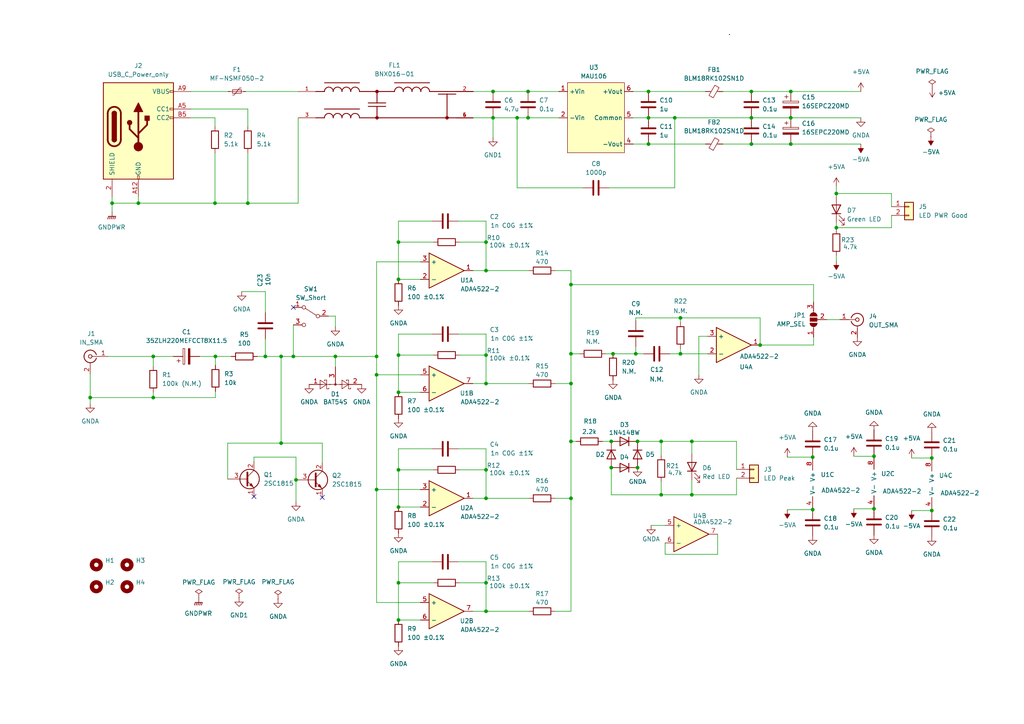
<source format=kicad_sch>
(kicad_sch (version 20211123) (generator eeschema)
  (paper "A4")
  (title_block (title "AF-LNA") (date "2022-06-05") (rev "1.0") (company "kingyoPiyo @twi_kingyo"))
  (lib_symbols
    (symbol "AF-LNA_Library:BNX016-01" (pin_names (offset 1.016) hide)
      (property "Reference" "FL" (at -22.86 7.62 0))
      (property "Value" "BNX016-01" (at -22.86 -10.16 0))
      (symbol "BNX016-01_0_0"
        (pin passive line (at -27.94 2.54 0) (length 5.08) (name "~") (number "1"))
        (pin passive line (at 22.86 2.54 180) (length 5.08) (name "~") (number "2"))
        (pin passive line (at -27.94 -5.08 0) (length 5.08) (name "~") (number "3"))
        (pin passive line (at 22.86 -5.08 180) (length 5.08) (name "~") (number "4"))
        (pin passive line (at 22.86 -5.08 180) (length 5.08) (name "~") (number "5"))
        (pin passive line (at 22.86 -5.08 180) (length 5.08) (name "~") (number "6"))
      )
    )
    (symbol "AF-LNA_Library:MAU106"
      (property "Reference" "U" (at 0 1.27 0))
      (property "Value" "MAU106" (at 0 -1.27 0))
      (symbol "MAU106_1_1"
        (pin input line (at -10.16 -5.08 0) (length 2.54) (name "+Vin") (number "1"))
        (pin input line (at -10.16 -12.7 0) (length 2.54) (name "-Vin") (number "2"))
        (pin output line (at 11.43 -20.32 180) (length 2.54) (name "-Vout") (number "4"))
        (pin output line (at 11.43 -12.7 180) (length 2.54) (name "Common") (number "5"))
        (pin output line (at 11.43 -5.08 180) (length 2.54) (name "+Vout") (number "6"))
      )
    )
    (symbol "AF-LNA_Library:USB_C_Power_only" (pin_names (offset 1.016))
      (property "Reference" "J" (at -10.16 19.05 0))
      (property "Value" "USB_C_Power_only" (at 19.05 19.05 0))
      (symbol "USB_C_Power_only_1_1"
        (pin passive line (at -7.62 -15.24 90) (length 5.08) (name "SHIELD") (number "2"))
        (pin passive line (at 0 -15.24 90) (length 5.08) (name "GND") (number "A12"))
        (pin bidirectional line (at 15.24 10.16 180) (length 5.08) (name "CC1") (number "A5"))
        (pin passive line (at 15.24 15.24 180) (length 5.08) (name "VBUS") (number "A9"))
        (pin passive line (at 0 -15.24 90) (length 5.08) hide (name "GND") (number "B12"))
        (pin bidirectional line (at 15.24 7.62 180) (length 5.08) (name "CC2") (number "B5"))
        (pin passive line (at 15.24 15.24 180) (length 5.08) hide (name "VBUS") (number "B9"))
      )
    )
    (symbol "Connector:Conn_Coaxial" (pin_names (offset 1.016) hide)
      (property "Reference" "J" (at 0.254 3.048 0))
      (property "Value" "Conn_Coaxial" (at 2.921 0 90))
      (symbol "Conn_Coaxial_1_1"
        (pin passive line (at -5.08 0 0) (length 2.54) (name "In") (number "1"))
        (pin passive line (at 0 -5.08 90) (length 2.54) (name "Ext") (number "2"))
      )
    )
    (symbol "Connector_Generic:Conn_01x02" (pin_names (offset 1.016) hide)
      (property "Reference" "J" (at 0 2.54 0))
      (property "Value" "Conn_01x02" (at 0 -5.08 0))
      (symbol "Conn_01x02_1_1"
        (pin passive line (at -5.08 0 0) (length 3.81) (name "Pin_1") (number "1"))
        (pin passive line (at -5.08 -2.54 0) (length 3.81) (name "Pin_2") (number "2"))
      )
    )
    (symbol "Device:C" (pin_numbers hide) (pin_names (offset 0.254))
      (property "Reference" "C" (at 0.635 2.54 0))
      (property "Value" "C" (at 0.635 -2.54 0))
      (symbol "C_1_1"
        (pin passive line (at 0 3.81 270) (length 2.794) (name "~") (number "1"))
        (pin passive line (at 0 -3.81 90) (length 2.794) (name "~") (number "2"))
      )
    )
    (symbol "Device:C_Polarized" (pin_numbers hide) (pin_names (offset 0.254))
      (property "Reference" "C" (at 0.635 2.54 0))
      (property "Value" "C_Polarized" (at 0.635 -2.54 0))
      (symbol "C_Polarized_1_1"
        (pin passive line (at 0 3.81 270) (length 2.794) (name "~") (number "1"))
        (pin passive line (at 0 -3.81 90) (length 2.794) (name "~") (number "2"))
      )
    )
    (symbol "Device:FerriteBead_Small" (pin_numbers hide) (pin_names (offset 0))
      (property "Reference" "FB" (at 1.905 1.27 0))
      (property "Value" "FerriteBead_Small" (at 1.905 -1.27 0))
      (symbol "FerriteBead_Small_1_1"
        (pin passive line (at 0 2.54 270) (length 1.27) (name "~") (number "1"))
        (pin passive line (at 0 -2.54 90) (length 1.27) (name "~") (number "2"))
      )
    )
    (symbol "Device:LED" (pin_numbers hide) (pin_names (offset 1.016) hide)
      (property "Reference" "D" (at 0 2.54 0))
      (property "Value" "LED" (at 0 -2.54 0))
      (symbol "LED_1_1"
        (pin passive line (at -3.81 0 0) (length 2.54) (name "K") (number "1"))
        (pin passive line (at 3.81 0 180) (length 2.54) (name "A") (number "2"))
      )
    )
    (symbol "Device:Opamp_Dual"
      (property "Reference" "U" (at 0 5.08 0))
      (property "Value" "Opamp_Dual" (at 0 -5.08 0))
      (symbol "Opamp_Dual_1_1"
        (pin output line (at 7.62 0 180) (length 2.54) (name "~") (number "1"))
        (pin input line (at -7.62 -2.54 0) (length 2.54) (name "-") (number "2"))
        (pin input line (at -7.62 2.54 0) (length 2.54) (name "+") (number "3"))
      )
      (symbol "Opamp_Dual_2_1"
        (pin input line (at -7.62 2.54 0) (length 2.54) (name "+") (number "5"))
        (pin input line (at -7.62 -2.54 0) (length 2.54) (name "-") (number "6"))
        (pin output line (at 7.62 0 180) (length 2.54) (name "~") (number "7"))
      )
      (symbol "Opamp_Dual_3_1"
        (pin power_in line (at -2.54 -7.62 90) (length 3.81) (name "V-") (number "4"))
        (pin power_in line (at -2.54 7.62 270) (length 3.81) (name "V+") (number "8"))
      )
    )
    (symbol "Device:Polyfuse_Small" (pin_numbers hide) (pin_names (offset 0))
      (property "Reference" "F" (at -1.905 0 90))
      (property "Value" "Polyfuse_Small" (at 1.905 0 90))
      (symbol "Polyfuse_Small_1_1"
        (pin passive line (at 0 2.54 270) (length 0.635) (name "~") (number "1"))
        (pin passive line (at 0 -2.54 90) (length 0.635) (name "~") (number "2"))
      )
    )
    (symbol "Device:R" (pin_numbers hide) (pin_names (offset 0))
      (property "Reference" "R" (at 2.032 0 90))
      (property "Value" "R" (at 0 0 90))
      (symbol "R_1_1"
        (pin passive line (at 0 3.81 270) (length 1.27) (name "~") (number "1"))
        (pin passive line (at 0 -3.81 90) (length 1.27) (name "~") (number "2"))
      )
    )
    (symbol "Diode:1N4148W" (pin_numbers hide) (pin_names (offset 1.016) hide)
      (property "Reference" "D" (at 0 2.54 0))
      (property "Value" "1N4148W" (at 0 -2.54 0))
      (symbol "1N4148W_1_1"
        (pin passive line (at -3.81 0 0) (length 2.54) (name "K") (number "1"))
        (pin passive line (at 3.81 0 180) (length 2.54) (name "A") (number "2"))
      )
    )
    (symbol "Diode:BAT54S" (pin_names (offset 1.016))
      (property "Reference" "D" (at 0.635 -3.81 0))
      (property "Value" "BAT54S" (at -6.35 3.175 0))
      (symbol "BAT54S_1_1"
        (pin passive line (at -7.62 0 0) (length 3.81) (name "~") (number "1"))
        (pin passive line (at 7.62 0 180) (length 3.81) (name "~") (number "2"))
        (pin passive line (at 0 -5.08 90) (length 5.08) (name "~") (number "3"))
      )
    )
    (symbol "Jumper:SolderJumper_3_Open" (pin_names (offset 0) hide)
      (property "Reference" "JP" (at -2.54 -2.54 0))
      (property "Value" "SolderJumper_3_Open" (at 0 2.794 0))
      (symbol "SolderJumper_3_Open_1_1"
        (pin passive line (at -5.08 0 0) (length 2.54) (name "A") (number "1"))
        (pin passive line (at 0 -3.81 90) (length 2.54) (name "C") (number "2"))
        (pin passive line (at 5.08 0 180) (length 2.54) (name "B") (number "3"))
      )
    )
    (symbol "Mechanical:MountingHole" (pin_names (offset 1.016))
      (property "Reference" "H" (at 0 5.08 0))
      (property "Value" "MountingHole" (at 0 3.175 0))
    )
    (symbol "Switch:SW_SPDT" (pin_names (offset 0) hide)
      (property "Reference" "SW" (at 0 4.318 0))
      (property "Value" "SW_SPDT" (at 0 -5.08 0))
      (symbol "SW_SPDT_1_1"
        (pin passive line (at 5.08 2.54 180) (length 2.54) (name "A") (number "1"))
        (pin passive line (at -5.08 0 0) (length 2.54) (name "B") (number "2"))
        (pin passive line (at 5.08 -2.54 180) (length 2.54) (name "C") (number "3"))
      )
    )
    (symbol "Transistor_BJT:2SC1815" (pin_names (offset 0) hide)
      (property "Reference" "Q" (at 5.08 1.905 0))
      (property "Value" "2SC1815" (at 5.08 0 0))
      (symbol "2SC1815_1_1"
        (pin passive line (at 2.54 -5.08 90) (length 2.54) (name "E") (number "1"))
        (pin passive line (at 2.54 5.08 270) (length 2.54) (name "C") (number "2"))
        (pin input line (at -5.08 0 0) (length 5.08) (name "B") (number "3"))
      )
    )
    (symbol "power:+5VA" (power) (pin_names (offset 0))
      (property "Value" "+5VA" (at 0 3.556 0))
      (symbol "+5VA_1_1"
        (pin power_in line (at 0 0 90) (length 0) hide (name "+5VA") (number "1"))
      )
    )
    (symbol "power:-5VA" (power) (pin_names (offset 0))
      (property "Value" "-5VA" (at 0 3.81 0))
      (symbol "-5VA_0_0"
        (pin power_in line (at 0 0 90) (length 0) hide (name "-5VA") (number "1"))
      )
    )
    (symbol "power:GND1" (power) (pin_names (offset 0))
      (property "Value" "GND1" (at 0 -3.81 0))
      (symbol "GND1_1_1"
        (pin power_in line (at 0 0 270) (length 0) hide (name "GND1") (number "1"))
      )
    )
    (symbol "power:GNDA" (power) (pin_names (offset 0))
      (property "Value" "GNDA" (at 0 -3.81 0))
      (symbol "GNDA_1_1"
        (pin power_in line (at 0 0 270) (length 0) hide (name "GNDA") (number "1"))
      )
    )
    (symbol "power:GNDPWR" (power) (pin_names (offset 0))
      (property "Value" "GNDPWR" (at 0 -3.302 0))
      (symbol "GNDPWR_1_1"
        (pin power_in line (at 0 0 270) (length 0) hide (name "GNDPWR") (number "1"))
      )
    )
    (symbol "power:PWR_FLAG" (power) (pin_numbers hide) (pin_names (offset 0) hide)
      (property "Value" "PWR_FLAG" (at 0 3.81 0))
      (symbol "PWR_FLAG_0_0"
        (pin power_out line (at 0 0 90) (length 0) (name "pwr") (number "1"))
      )
    )
  )
  (junction (at 270.256 132.842))
  (junction (at 44.45 103.378))
  (junction (at 229.362 34.163))
  (junction (at 115.57 113.792))
  (junction (at 109.22 141.986))
  (junction (at 197.358 92.202))
  (junction (at 165.608 128.016))
  (junction (at 143.002 26.543))
  (junction (at 140.97 144.526))
  (junction (at 26.162 115.316))
  (junction (at 200.66 143.51))
  (junction (at 140.97 102.997))
  (junction (at 242.57 66.04))
  (junction (at 253.492 132.334))
  (junction (at 76.962 103.378))
  (junction (at 81.534 128.524))
  (junction (at 188.087 26.543))
  (junction (at 44.45 115.316))
  (junction (at 195.707 34.163))
  (junction (at 140.97 70.231))
  (junction (at 235.712 147.828))
  (junction (at 71.882 58.928))
  (junction (at 191.77 128.016))
  (junction (at 184.912 128.016))
  (junction (at 217.932 26.543))
  (junction (at 115.57 169.037))
  (junction (at 165.608 144.526))
  (junction (at 184.912 135.636))
  (junction (at 32.512 58.928))
  (junction (at 115.57 136.271))
  (junction (at 153.162 34.163))
  (junction (at 143.002 34.163))
  (junction (at 109.22 103.378))
  (junction (at 270.256 148.082))
  (junction (at 191.77 143.51))
  (junction (at 197.358 102.616))
  (junction (at 229.362 41.783))
  (junction (at 184.404 102.616))
  (junction (at 85.852 139.192))
  (junction (at 115.57 147.066))
  (junction (at 81.534 103.378))
  (junction (at 177.8 102.616))
  (junction (at 188.087 34.163))
  (junction (at 62.484 103.378))
  (junction (at 62.357 58.928))
  (junction (at 229.362 26.543))
  (junction (at 253.492 147.574))
  (junction (at 115.57 179.832))
  (junction (at 140.97 111.252))
  (junction (at 165.608 102.616))
  (junction (at 165.608 111.252))
  (junction (at 165.608 82.55))
  (junction (at 97.282 103.378))
  (junction (at 242.57 56.134))
  (junction (at 85.09 103.378))
  (junction (at 140.97 136.271))
  (junction (at 220.472 100.076))
  (junction (at 217.932 34.163))
  (junction (at 217.932 41.783))
  (junction (at 40.132 58.928))
  (junction (at 109.22 108.712))
  (junction (at 177.292 135.636))
  (junction (at 200.66 128.016))
  (junction (at 153.162 26.543))
  (junction (at 115.57 102.997))
  (junction (at 140.97 169.037))
  (junction (at 177.292 128.016))
  (junction (at 188.087 41.783))
  (junction (at 149.987 34.163))
  (junction (at 115.57 70.231))
  (junction (at 115.57 81.026))
  (junction (at 140.97 177.292))
  (junction (at 140.97 78.486))
  (junction (at 235.712 132.588))
  (no_connect (at 73.66 144.018))
  (no_connect (at 93.472 144.272))
  (no_connect (at 85.09 89.154))
  (wire (pts (xy 40.132 58.928) (xy 62.357 58.928)))
  (wire (pts (xy 109.22 75.946) (xy 109.22 103.378)))
  (wire (pts (xy 209.677 26.543) (xy 217.932 26.543)))
  (wire (pts (xy 165.608 144.526) (xy 165.608 177.292)))
  (wire (pts (xy 140.97 111.252) (xy 137.16 111.252)))
  (wire (pts (xy 66.04 128.524) (xy 81.534 128.524)))
  (wire (pts (xy 149.987 34.163) (xy 153.162 34.163)))
  (wire (pts (xy 125.349 130.175) (xy 115.57 130.175)))
  (wire (pts (xy 228.346 147.828) (xy 235.712 147.828)))
  (wire (pts (xy 183.642 34.163) (xy 188.087 34.163)))
  (wire (pts (xy 55.372 34.163) (xy 62.357 34.163)))
  (wire (pts (xy 115.57 113.792) (xy 121.92 113.792)))
  (wire (pts (xy 205.232 102.616) (xy 197.358 102.616)))
  (wire (pts (xy 242.57 66.04) (xy 242.57 66.548)))
  (wire (pts (xy 229.362 26.543) (xy 249.682 26.543)))
  (wire (pts (xy 133.35 102.997) (xy 140.97 102.997)))
  (wire (pts (xy 85.09 103.378) (xy 97.282 103.378)))
  (wire (pts (xy 137.287 26.543) (xy 143.002 26.543)))
  (wire (pts (xy 66.04 138.938) (xy 66.04 128.524)))
  (wire (pts (xy 188.087 41.783) (xy 204.597 41.783)))
  (wire (pts (xy 258.572 56.134) (xy 258.572 59.944)))
  (wire (pts (xy 32.512 58.928) (xy 32.512 61.468)))
  (wire (pts (xy 177.292 135.636) (xy 177.292 143.51)))
  (wire (pts (xy 140.97 162.941) (xy 140.97 169.037)))
  (wire (pts (xy 161.036 111.252) (xy 165.608 111.252)))
  (wire (pts (xy 71.882 31.623) (xy 71.882 36.703)))
  (wire (pts (xy 247.65 132.334) (xy 253.492 132.334)))
  (wire (pts (xy 194.31 102.616) (xy 197.358 102.616)))
  (wire (pts (xy 115.57 162.941) (xy 115.57 169.037)))
  (wire (pts (xy 31.242 103.378) (xy 44.45 103.378)))
  (wire (pts (xy 191.77 139.7) (xy 191.77 143.51)))
  (wire (pts (xy 62.357 34.163) (xy 62.357 36.703)))
  (wire (pts (xy 26.162 115.316) (xy 44.45 115.316)))
  (wire (pts (xy 71.882 44.323) (xy 71.882 58.928)))
  (wire (pts (xy 220.472 92.202) (xy 220.472 100.076)))
  (wire (pts (xy 208.153 160.782) (xy 208.153 154.94)))
  (wire (pts (xy 93.472 128.524) (xy 93.472 134.112)))
  (wire (pts (xy 76.962 84.582) (xy 76.962 90.678)))
  (wire (pts (xy 175.768 102.616) (xy 177.8 102.616)))
  (wire (pts (xy 191.77 128.016) (xy 191.77 132.08)))
  (wire (pts (xy 44.45 115.316) (xy 44.45 113.792)))
  (wire (pts (xy 186.69 102.616) (xy 184.404 102.616)))
  (wire (pts (xy 132.969 130.175) (xy 140.97 130.175)))
  (wire (pts (xy 132.969 96.901) (xy 140.97 96.901)))
  (wire (pts (xy 115.57 96.901) (xy 115.57 102.997)))
  (wire (pts (xy 247.65 147.574) (xy 253.492 147.574)))
  (wire (pts (xy 183.642 41.783) (xy 188.087 41.783)))
  (wire (pts (xy 26.162 115.316) (xy 26.162 108.458)))
  (wire (pts (xy 81.534 103.378) (xy 81.534 128.524)))
  (wire (pts (xy 85.852 139.192) (xy 85.852 145.542)))
  (wire (pts (xy 167.132 128.016) (xy 165.608 128.016)))
  (wire (pts (xy 133.35 169.037) (xy 140.97 169.037)))
  (wire (pts (xy 62.484 103.378) (xy 67.056 103.378)))
  (wire (pts (xy 140.97 78.486) (xy 153.416 78.486)))
  (wire (pts (xy 140.97 96.901) (xy 140.97 102.997)))
  (wire (pts (xy 140.97 78.486) (xy 137.16 78.486)))
  (wire (pts (xy 115.57 136.271) (xy 125.73 136.271)))
  (wire (pts (xy 86.487 58.928) (xy 86.487 34.163)))
  (wire (pts (xy 143.002 26.543) (xy 153.162 26.543)))
  (wire (pts (xy 149.987 54.483) (xy 169.037 54.483)))
  (wire (pts (xy 140.97 111.252) (xy 153.416 111.252)))
  (wire (pts (xy 229.362 34.163) (xy 249.682 34.163)))
  (wire (pts (xy 168.148 102.616) (xy 165.608 102.616)))
  (wire (pts (xy 213.614 143.51) (xy 200.66 143.51)))
  (wire (pts (xy 115.57 179.832) (xy 115.57 169.037)))
  (wire (pts (xy 115.57 81.026) (xy 115.57 70.231)))
  (wire (pts (xy 133.35 136.271) (xy 140.97 136.271)))
  (wire (pts (xy 97.282 103.378) (xy 109.22 103.378)))
  (wire (pts (xy 137.287 34.163) (xy 143.002 34.163)))
  (wire (pts (xy 235.966 82.55) (xy 235.966 87.63)))
  (wire (pts (xy 32.512 58.928) (xy 40.132 58.928)))
  (wire (pts (xy 62.484 103.378) (xy 57.912 103.378)))
  (wire (pts (xy 242.57 56.134) (xy 258.572 56.134)))
  (wire (pts (xy 133.35 70.231) (xy 140.97 70.231)))
  (wire (pts (xy 140.97 177.292) (xy 137.16 177.292)))
  (wire (pts (xy 149.987 34.163) (xy 149.987 54.483)))
  (wire (pts (xy 258.572 66.04) (xy 242.57 66.04)))
  (wire (pts (xy 184.404 92.964) (xy 184.404 92.202)))
  (wire (pts (xy 62.484 113.538) (xy 62.484 115.316)))
  (wire (pts (xy 97.282 91.694) (xy 97.282 94.742)))
  (wire (pts (xy 115.57 147.066) (xy 121.92 147.066)))
  (wire (pts (xy 213.614 128.016) (xy 213.614 136.144)))
  (wire (pts (xy 183.642 26.543) (xy 188.087 26.543)))
  (wire (pts (xy 202.692 97.536) (xy 202.692 108.712)))
  (wire (pts (xy 55.372 26.543) (xy 66.167 26.543)))
  (wire (pts (xy 213.614 138.684) (xy 213.614 143.51)))
  (wire (pts (xy 165.608 111.252) (xy 165.608 128.016)))
  (wire (pts (xy 242.57 56.134) (xy 242.57 56.896)))
  (wire (pts (xy 184.912 128.016) (xy 191.77 128.016)))
  (wire (pts (xy 191.77 128.016) (xy 200.66 128.016)))
  (wire (pts (xy 174.752 128.016) (xy 177.292 128.016)))
  (wire (pts (xy 161.036 177.292) (xy 165.608 177.292)))
  (wire (pts (xy 62.357 58.928) (xy 71.882 58.928)))
  (wire (pts (xy 97.282 106.426) (xy 97.282 103.378)))
  (wire (pts (xy 85.852 132.588) (xy 85.852 139.192)))
  (wire (pts (xy 195.707 34.163) (xy 217.932 34.163)))
  (wire (pts (xy 209.677 41.783) (xy 217.932 41.783)))
  (wire (pts (xy 165.608 82.55) (xy 165.608 102.616)))
  (wire (pts (xy 192.913 160.782) (xy 208.153 160.782)))
  (wire (pts (xy 191.77 143.51) (xy 200.66 143.51)))
  (wire (pts (xy 228.346 132.588) (xy 235.712 132.588)))
  (wire (pts (xy 125.349 64.135) (xy 115.57 64.135)))
  (wire (pts (xy 188.087 34.163) (xy 195.707 34.163)))
  (wire (pts (xy 197.358 92.202) (xy 220.472 92.202)))
  (wire (pts (xy 115.57 179.832) (xy 121.92 179.832)))
  (wire (pts (xy 200.66 128.016) (xy 213.614 128.016)))
  (wire (pts (xy 140.97 64.135) (xy 140.97 70.231)))
  (wire (pts (xy 125.349 162.941) (xy 115.57 162.941)))
  (wire (pts (xy 165.608 128.016) (xy 165.608 144.526)))
  (wire (pts (xy 140.97 169.037) (xy 140.97 177.292)))
  (wire (pts (xy 264.414 148.082) (xy 270.256 148.082)))
  (wire (pts (xy 140.97 177.292) (xy 153.416 177.292)))
  (wire (pts (xy 115.57 113.792) (xy 115.57 102.997)))
  (wire (pts (xy 258.572 62.484) (xy 258.572 66.04)))
  (wire (pts (xy 32.512 57.023) (xy 32.512 58.928)))
  (wire (pts (xy 44.45 115.316) (xy 62.484 115.316)))
  (wire (pts (xy 140.97 70.231) (xy 140.97 78.486)))
  (wire (pts (xy 62.357 44.323) (xy 62.357 58.928)))
  (wire (pts (xy 62.484 105.918) (xy 62.484 103.378)))
  (wire (pts (xy 50.292 103.378) (xy 44.45 103.378)))
  (wire (pts (xy 140.97 144.526) (xy 153.416 144.526)))
  (wire (pts (xy 109.22 141.986) (xy 109.22 174.752)))
  (wire (pts (xy 205.232 97.536) (xy 202.692 97.536)))
  (wire (pts (xy 71.882 58.928) (xy 86.487 58.928)))
  (wire (pts (xy 177.292 143.51) (xy 191.77 143.51)))
  (wire (pts (xy 220.472 100.076) (xy 235.966 100.076)))
  (wire (pts (xy 81.534 103.378) (xy 85.09 103.378)))
  (wire (pts (xy 76.962 98.298) (xy 76.962 103.378)))
  (wire (pts (xy 200.66 143.51) (xy 200.66 139.192)))
  (wire (pts (xy 176.657 54.483) (xy 195.707 54.483)))
  (wire (pts (xy 217.932 26.543) (xy 229.362 26.543)))
  (wire (pts (xy 165.608 78.486) (xy 161.036 78.486)))
  (wire (pts (xy 188.849 152.4) (xy 192.913 152.4)))
  (wire (pts (xy 115.57 64.135) (xy 115.57 70.231)))
  (wire (pts (xy 143.002 34.163) (xy 149.987 34.163)))
  (wire (pts (xy 115.57 70.231) (xy 125.73 70.231)))
  (wire (pts (xy 140.97 136.271) (xy 140.97 144.526)))
  (wire (pts (xy 132.969 64.135) (xy 140.97 64.135)))
  (wire (pts (xy 73.66 133.858) (xy 73.66 132.588)))
  (wire (pts (xy 229.362 41.783) (xy 249.682 41.783)))
  (wire (pts (xy 217.932 34.163) (xy 229.362 34.163)))
  (wire (pts (xy 109.22 75.946) (xy 121.92 75.946)))
  (wire (pts (xy 115.57 147.066) (xy 115.57 136.271)))
  (wire (pts (xy 140.97 102.997) (xy 140.97 111.252)))
  (wire (pts (xy 161.036 144.526) (xy 165.608 144.526)))
  (wire (pts (xy 85.09 94.234) (xy 85.09 103.378)))
  (wire (pts (xy 217.932 41.783) (xy 229.362 41.783)))
  (wire (pts (xy 165.608 102.616) (xy 165.608 111.252)))
  (wire (pts (xy 184.404 102.616) (xy 184.404 100.584)))
  (wire (pts (xy 182.626 128.016) (xy 184.912 128.016)))
  (wire (pts (xy 115.57 169.037) (xy 125.73 169.037)))
  (wire (pts (xy 132.969 162.941) (xy 140.97 162.941)))
  (wire (pts (xy 153.162 26.543) (xy 162.052 26.543)))
  (wire (pts (xy 239.776 92.71) (xy 243.586 92.71)))
  (wire (pts (xy 153.162 34.163) (xy 162.052 34.163)))
  (wire (pts (xy 81.534 128.524) (xy 93.472 128.524)))
  (wire (pts (xy 109.22 103.378) (xy 109.22 108.712)))
  (wire (pts (xy 192.913 157.48) (xy 192.913 160.782)))
  (wire (pts (xy 264.414 132.842) (xy 270.256 132.842)))
  (wire (pts (xy 242.57 74.168) (xy 242.57 75.692)))
  (wire (pts (xy 40.132 58.928) (xy 40.132 57.023)))
  (wire (pts (xy 109.22 108.712) (xy 109.22 141.986)))
  (wire (pts (xy 125.349 96.901) (xy 115.57 96.901)))
  (wire (pts (xy 115.57 130.175) (xy 115.57 136.271)))
  (wire (pts (xy 165.608 82.55) (xy 235.966 82.55)))
  (wire (pts (xy 242.57 64.516) (xy 242.57 66.04)))
  (wire (pts (xy 195.707 34.163) (xy 195.707 54.483)))
  (wire (pts (xy 55.372 31.623) (xy 71.882 31.623)))
  (wire (pts (xy 115.57 102.997) (xy 125.73 102.997)))
  (wire (pts (xy 71.247 26.543) (xy 86.487 26.543)))
  (wire (pts (xy 140.97 130.175) (xy 140.97 136.271)))
  (wire (pts (xy 235.966 100.076) (xy 235.966 97.79)))
  (wire (pts (xy 70.104 84.582) (xy 76.962 84.582)))
  (wire (pts (xy 26.162 117.094) (xy 26.162 115.316)))
  (wire (pts (xy 109.22 174.752) (xy 121.92 174.752)))
  (wire (pts (xy 76.962 103.378) (xy 81.534 103.378)))
  (wire (pts (xy 200.66 128.016) (xy 200.66 131.572)))
  (wire (pts (xy 184.404 92.202) (xy 197.358 92.202)))
  (wire (pts (xy 140.97 144.526) (xy 137.16 144.526)))
  (wire (pts (xy 44.45 103.378) (xy 44.45 106.172)))
  (wire (pts (xy 109.22 141.986) (xy 121.92 141.986)))
  (wire (pts (xy 242.57 54.102) (xy 242.57 56.134)))
  (wire (pts (xy 188.087 26.543) (xy 204.597 26.543)))
  (wire (pts (xy 74.676 103.378) (xy 76.962 103.378)))
  (wire (pts (xy 177.8 102.616) (xy 184.404 102.616)))
  (wire (pts (xy 73.66 132.588) (xy 85.852 132.588)))
  (wire (pts (xy 115.57 81.026) (xy 121.92 81.026)))
  (wire (pts (xy 197.358 92.202) (xy 197.358 93.472)))
  (wire (pts (xy 109.22 108.712) (xy 121.92 108.712)))
  (wire (pts (xy 165.608 78.486) (xy 165.608 82.55)))
  (wire (pts (xy 143.002 34.163) (xy 143.002 39.878)))
  (wire (pts (xy 95.25 91.694) (xy 97.282 91.694)))
  (wire (pts (xy 197.358 101.092) (xy 197.358 102.616)))
  (symbol (lib_id "AF-LNA_Library:USB_C_Power_only") (at 40.132 41.783 0) (unit 1)
    (property "Reference" "J2" (at 40.132 19.05 0))
    (property "Value" "USB_C_Power_only" (at 40.132 21.59 0))
    (property "Footprint" "AF-LNA:USB-C_Power_only" (effects hide))
    (property "Datasheet" "https://www.usb.org/sites/default/files/documents/usb_type-c.zip" (effects hide))
  )
  (symbol (lib_id "Device:R") (at 129.54 136.271 90) (unit 1)
    (property "Reference" "R12" (at 143.129 135.001 90))
    (property "Value" "100k ±0.1%" (at 147.828 137.16 90))
    (property "Footprint" "Resistor_SMD:R_0603_1608Metric" (effects hide))
  )
  (symbol (lib_id "Device:R") (at 197.358 97.282 180) (unit 1)
    (property "Reference" "R22" (at 197.358 87.376 0))
    (property "Value" "N.M." (at 197.358 90.17 0))
    (property "Footprint" "Resistor_SMD:R_0603_1608Metric" (effects hide))
  )
  (symbol (lib_id "power:+5VA") (at 228.346 132.588 0) (unit 1)
    (property "Reference" "#PWR015" (effects hide))
    (property "Value" "+5VA" (at 228.346 126.873 0))
  )
  (symbol (lib_id "Device:Opamp_Dual") (at 129.54 111.252 0) (unit 2)
    (property "Reference" "U1" (at 135.382 114.046 0))
    (property "Value" "ADA4522-2" (at 139.192 116.586 0))
    (property "Footprint" "Package_SO:MSOP-8_3x3mm_P0.65mm" (effects hide))
  )
  (symbol (lib_id "power:GNDA") (at 97.282 94.742 0) (unit 1)
    (property "Reference" "#PWR05" (effects hide))
    (property "Value" "GNDA" (at 97.282 99.822 0))
  )
  (symbol (lib_id "power:GNDA") (at 235.712 124.968 180) (unit 1)
    (property "Reference" "#PWR017" (effects hide))
    (property "Value" "GNDA" (at 235.712 119.888 0))
  )
  (symbol (lib_id "power:GNDA") (at 104.902 111.506 0) (unit 1)
    (property "Reference" "#PWR06" (effects hide))
    (property "Value" "GNDA" (at 104.902 116.586 0))
  )
  (symbol (lib_id "Mechanical:MountingHole") (at 27.94 170.18 0) (unit 1)
    (property "Reference" "H2" (at 30.48 168.9099 0) (effects (justify left)))
    (property "Value" "MountingHole" (effects hide))
    (property "Footprint" "MountingHole:MountingHole_3.2mm_M3" (effects hide))
  )
  (symbol (lib_id "power:+5VA") (at 247.65 132.334 0) (unit 1)
    (property "Reference" "#PWR019" (effects hide))
    (property "Value" "+5VA" (at 247.65 126.619 0))
  )
  (symbol (lib_id "Connector_Generic:Conn_01x02") (at 218.694 136.144 0) (unit 1)
    (property "Reference" "J3" (at 221.488 136.1439 0) (effects (justify left)))
    (property "Value" "LED Peak" (at 221.488 138.6839 0) (effects (justify left)))
    (property "Footprint" "Connector_PinHeader_2.54mm:PinHeader_1x02_P2.54mm_Vertical" (effects hide))
  )
  (symbol (lib_id "Transistor_BJT:2SC1815") (at 71.12 138.938 0) (unit 1)
    (property "Reference" "Q1" (at 76.454 137.6679 0) (effects (justify left)))
    (property "Value" "2SC1815" (at 76.454 140.2079 0) (effects (justify left)))
    (property "Footprint" "Package_TO_SOT_THT:TO-92_Inline" (effects hide))
    (property "Datasheet" "https://media.digikey.com/pdf/Data%20Sheets/Toshiba%20PDFs/2SC1815.pdf" (effects hide))
  )
  (symbol (lib_id "Device:C") (at 270.256 151.892 0) (unit 1)
    (property "Reference" "C22" (at 273.431 150.622 0) (effects (justify left)))
    (property "Value" "0.1u" (at 273.431 153.162 0) (effects (justify left)))
    (property "Footprint" "Capacitor_SMD:C_0603_1608Metric" (effects hide))
  )
  (symbol (lib_id "power:GNDA") (at 115.57 154.686 0) (unit 1)
    (property "Reference" "#PWR09" (effects hide))
    (property "Value" "GNDA" (at 115.57 159.766 0))
  )
  (symbol (lib_id "power:GNDA") (at 80.645 173.736 0) (unit 1)
    (property "Reference" "#PWR036" (effects hide))
    (property "Value" "GNDA" (at 80.645 178.816 0))
  )
  (symbol (lib_id "Device:C") (at 172.847 54.483 90) (unit 1)
    (property "Reference" "C8" (at 172.847 47.498 90))
    (property "Value" "1000p" (at 172.847 50.038 90))
    (property "Footprint" "Capacitor_SMD:C_1812_4532Metric" (effects hide))
  )
  (symbol (lib_id "power:GNDA") (at 235.712 155.448 0) (unit 1)
    (property "Reference" "#PWR018" (effects hide))
    (property "Value" "GNDA" (at 235.712 160.528 0))
  )
  (symbol (lib_id "power:GNDA") (at 202.692 108.712 0) (unit 1)
    (property "Reference" "#PWR014" (effects hide))
    (property "Value" "GNDA" (at 202.692 113.792 0))
  )
  (symbol (lib_id "Device:R") (at 177.8 106.426 0) (unit 1)
    (property "Reference" "R20" (at 180.34 105.1559 0) (effects (justify left)))
    (property "Value" "N.M." (at 180.34 107.6959 0) (effects (justify left)))
    (property "Footprint" "Resistor_SMD:R_0603_1608Metric" (effects hide))
  )
  (symbol (lib_id "Device:R") (at 115.57 84.836 0) (unit 1)
    (property "Reference" "R6" (at 118.11 83.5659 0) (effects (justify left)))
    (property "Value" "100 ±0.1%" (at 118.11 86.1059 0) (effects (justify left)))
    (property "Footprint" "Resistor_SMD:R_0603_1608Metric" (effects hide))
  )
  (symbol (lib_id "Device:C") (at 129.159 130.175 90) (unit 1)
    (property "Reference" "C4" (at 143.383 128.905 90))
    (property "Value" "1n C0G ±1%" (at 148.463 131.445 90))
    (property "Footprint" "Capacitor_SMD:C_0402_1005Metric" (effects hide))
  )
  (symbol (lib_id "power:GND1") (at 143.002 39.878 0) (unit 1)
    (property "Reference" "#PWR011" (effects hide))
    (property "Value" "GND1" (at 143.002 44.958 0))
  )
  (symbol (lib_id "Device:R") (at 115.57 183.642 0) (unit 1)
    (property "Reference" "R9" (at 118.11 182.3719 0) (effects (justify left)))
    (property "Value" "100 ±0.1%" (at 118.11 184.9119 0) (effects (justify left)))
    (property "Footprint" "Resistor_SMD:R_0603_1608Metric" (effects hide))
  )
  (symbol (lib_id "Device:C") (at 153.162 30.353 0) (unit 1)
    (property "Reference" "C7" (at 156.337 29.083 0) (effects (justify left)))
    (property "Value" "0.1u" (at 156.337 31.623 0) (effects (justify left)))
    (property "Footprint" "Capacitor_SMD:C_0603_1608Metric" (effects hide))
  )
  (symbol (lib_id "Device:C") (at 217.932 30.353 0) (unit 1)
    (property "Reference" "C13" (at 221.107 29.0829 0) (effects (justify left)))
    (property "Value" "0.1u" (at 221.107 31.6229 0) (effects (justify left)))
    (property "Footprint" "Capacitor_SMD:C_0603_1608Metric" (effects hide))
  )
  (symbol (lib_id "Device:R") (at 115.57 117.602 0) (unit 1)
    (property "Reference" "R7" (at 118.11 116.3319 0) (effects (justify left)))
    (property "Value" "100 ±0.1%" (at 118.11 118.8719 0) (effects (justify left)))
    (property "Footprint" "Resistor_SMD:R_0603_1608Metric" (effects hide))
  )
  (symbol (lib_id "power:-5VA") (at 228.346 147.828 180) (unit 1)
    (property "Reference" "#PWR016" (effects hide))
    (property "Value" "-5VA" (at 228.346 152.273 0))
  )
  (symbol (lib_id "power:GNDA") (at 70.104 84.582 0) (unit 1)
    (property "Reference" "#PWR034" (effects hide))
    (property "Value" "GNDA" (at 70.104 89.662 0))
  )
  (symbol (lib_id "Device:C") (at 270.256 129.032 0) (unit 1)
    (property "Reference" "C21" (at 273.431 127.762 0) (effects (justify left)))
    (property "Value" "0.1u" (at 273.431 130.302 0) (effects (justify left)))
    (property "Footprint" "Capacitor_SMD:C_0603_1608Metric" (effects hide))
  )
  (symbol (lib_id "power:GNDA") (at 26.162 117.094 0) (unit 1)
    (property "Reference" "#PWR01" (effects hide))
    (property "Value" "GNDA" (at 26.162 122.174 0))
  )
  (symbol (lib_id "Device:R") (at 62.357 40.513 0) (unit 1)
    (property "Reference" "R2" (at 64.897 39.2429 0) (effects (justify left)))
    (property "Value" "5.1k" (at 64.897 41.7829 0) (effects (justify left)))
    (property "Footprint" "Resistor_SMD:R_0603_1608Metric" (effects hide))
  )
  (symbol (lib_id "power:GNDA") (at 188.849 152.4 0) (unit 1)
    (property "Reference" "#PWR039" (effects hide))
    (property "Value" "GNDA" (at 188.849 156.337 0))
  )
  (symbol (lib_id "power:GNDA") (at 177.8 110.236 0) (unit 1)
    (property "Reference" "#PWR012" (effects hide))
    (property "Value" "GNDA" (at 177.8 115.316 0))
  )
  (symbol (lib_id "Mechanical:MountingHole") (at 36.83 170.18 0) (unit 1)
    (property "Reference" "H4" (at 39.37 168.9099 0) (effects (justify left)))
    (property "Value" "MountingHole" (effects hide))
    (property "Footprint" "MountingHole:MountingHole_3.2mm_M3" (effects hide))
  )
  (symbol (lib_id "Diode:BAT54S") (at 97.282 111.506 0) (mirror x) (unit 1)
    (property "Reference" "D1" (at 97.282 114.3 0))
    (property "Value" "BAT54S" (at 97.282 116.586 0))
    (property "Footprint" "Package_TO_SOT_SMD:SOT-523" (effects hide))
    (property "Datasheet" "https://www.diodes.com/assets/Datasheets/ds11005.pdf" (effects hide))
  )
  (symbol (lib_id "Device:R") (at 242.57 70.358 0) (unit 1)
    (property "Reference" "R23" (at 245.872 69.596 0))
    (property "Value" "4.7k" (at 246.634 71.628 0))
    (property "Footprint" "Resistor_SMD:R_0603_1608Metric" (effects hide))
  )
  (symbol (lib_id "Device:C") (at 76.962 94.488 180) (unit 1)
    (property "Reference" "C23" (at 75.438 81.28 90))
    (property "Value" "10n" (at 77.724 81.026 90))
    (property "Footprint" "Capacitor_SMD:C_0603_1608Metric" (effects hide))
  )
  (symbol (lib_id "power:GND1") (at 69.342 173.355 0) (unit 1)
    (property "Reference" "#PWR035" (effects hide))
    (property "Value" "GND1" (at 69.342 178.435 0))
  )
  (symbol (lib_id "Device:LED") (at 242.57 60.706 90) (unit 1)
    (property "Reference" "D7" (at 245.618 61.0234 90) (effects (justify right)))
    (property "Value" "Green LED" (at 245.618 63.5634 90) (effects (justify right)))
    (property "Footprint" "LED_SMD:LED_0603_1608Metric" (effects hide))
  )
  (symbol (lib_id "Device:R") (at 62.484 109.728 0) (unit 1)
    (property "Reference" "R3" (at 65.024 108.4579 0) (effects (justify left)))
    (property "Value" "10k" (at 65.024 110.9979 0) (effects (justify left)))
    (property "Footprint" "Resistor_SMD:R_0603_1608Metric" (effects hide))
  )
  (symbol (lib_id "Device:C") (at 129.159 96.901 90) (unit 1)
    (property "Reference" "C3" (at 143.383 95.631 90))
    (property "Value" "1n C0G ±1%" (at 148.463 98.171 90))
    (property "Footprint" "Capacitor_SMD:C_0402_1005Metric" (effects hide))
  )
  (symbol (lib_id "Jumper:SolderJumper_3_Open") (at 235.966 92.71 90) (unit 1)
    (property "Reference" "JP1" (at 233.68 91.4399 90) (effects (justify left)))
    (property "Value" "AMP_SEL" (at 233.68 93.9799 90) (effects (justify left)))
    (property "Footprint" "Jumper:SolderJumper-3_P1.3mm_Open_RoundedPad1.0x1.5mm" (effects hide))
  )
  (symbol (lib_id "Device:C") (at 143.002 30.353 0) (unit 1)
    (property "Reference" "C6" (at 146.177 29.0829 0) (effects (justify left)))
    (property "Value" "4.7u" (at 146.177 31.6229 0) (effects (justify left)))
    (property "Footprint" "Capacitor_SMD:C_0603_1608Metric" (effects hide))
  )
  (symbol (lib_id "power:GNDA") (at 253.492 155.194 0) (unit 1)
    (property "Reference" "#PWR026" (effects hide))
    (property "Value" "GNDA" (at 253.492 160.274 0))
  )
  (symbol (lib_id "Device:FerriteBead_Small") (at 207.137 26.543 90) (unit 1)
    (property "Reference" "FB1" (at 207.0989 20.193 90))
    (property "Value" "BLM18RK102SN1D" (at 207.0989 22.733 90))
    (property "Footprint" "Inductor_SMD:L_0603_1608Metric" (effects hide))
  )
  (symbol (lib_id "Device:Opamp_Dual") (at 212.852 100.076 0) (unit 1)
    (property "Reference" "U4" (at 216.408 106.426 0))
    (property "Value" "ADA4522-2" (at 220.218 103.378 0))
    (property "Footprint" "Package_SO:MSOP-8_3x3mm_P0.65mm" (effects hide))
  )
  (symbol (lib_id "Device:C") (at 129.159 162.941 90) (unit 1)
    (property "Reference" "C5" (at 143.383 161.671 90))
    (property "Value" "1n C0G ±1%" (at 148.463 164.211 90))
    (property "Footprint" "Capacitor_SMD:C_0402_1005Metric" (effects hide))
  )
  (symbol (lib_id "Device:R") (at 157.226 177.292 90) (unit 1)
    (property "Reference" "R17" (at 157.226 172.212 90))
    (property "Value" "470" (at 157.226 174.752 90))
    (property "Footprint" "Resistor_SMD:R_0603_1608Metric" (effects hide))
  )
  (symbol (lib_id "Device:C") (at 188.087 37.973 0) (unit 1)
    (property "Reference" "C11" (at 191.262 36.7029 0) (effects (justify left)))
    (property "Value" "1u" (at 191.262 39.2429 0) (effects (justify left)))
    (property "Footprint" "Capacitor_SMD:C_0603_1608Metric" (effects hide))
  )
  (symbol (lib_id "Device:C_Polarized") (at 54.102 103.378 90) (unit 1)
    (property "Reference" "C1" (at 54.102 96.266 90))
    (property "Value" "35ZLH220MEFCCT8X11.5" (at 54.102 98.806 90))
    (property "Footprint" "Capacitor_THT:CP_Radial_D8.0mm_P3.50mm" (effects hide))
  )
  (symbol (lib_id "Device:C") (at 235.712 151.638 0) (unit 1)
    (property "Reference" "C18" (at 238.887 150.368 0) (effects (justify left)))
    (property "Value" "0.1u" (at 238.887 152.908 0) (effects (justify left)))
    (property "Footprint" "Capacitor_SMD:C_0603_1608Metric" (effects hide))
  )
  (symbol (lib_id "Mechanical:MountingHole") (at 36.83 163.83 0) (unit 1)
    (property "Reference" "H3" (at 39.37 162.5599 0) (effects (justify left)))
    (property "Value" "MountingHole" (effects hide))
    (property "Footprint" "MountingHole:MountingHole_3.2mm_M3" (effects hide))
  )
  (symbol (lib_id "Diode:1N4148W") (at 181.102 128.016 180) (unit 1)
    (property "Reference" "D3" (at 181.102 123.19 0))
    (property "Value" "1N4148W" (at 181.102 125.476 0))
    (property "Footprint" "Diode_SMD:D_SOD-123" (effects hide))
    (property "Datasheet" "https://www.vishay.com/docs/85748/1n4148w.pdf" (effects hide))
  )
  (symbol (lib_id "power:GNDA") (at 85.852 145.542 0) (unit 1)
    (property "Reference" "#PWR03" (effects hide))
    (property "Value" "GNDA" (at 85.852 150.622 0))
  )
  (symbol (lib_id "power:PWR_FLAG") (at 57.658 173.482 0) (unit 1)
    (property "Reference" "#FLG01" (effects hide))
    (property "Value" "PWR_FLAG" (at 57.658 168.91 0))
  )
  (symbol (lib_id "Device:Opamp_Dual") (at 238.252 140.208 0) (unit 3)
    (property "Reference" "U1" (at 240.03 137.668 0))
    (property "Value" "ADA4522-2" (at 243.84 142.24 0))
    (property "Footprint" "Package_SO:MSOP-8_3x3mm_P0.65mm" (effects hide))
  )
  (symbol (lib_id "Device:C") (at 129.159 64.135 90) (unit 1)
    (property "Reference" "C2" (at 143.383 62.865 90))
    (property "Value" "1n C0G ±1%" (at 148.463 65.405 90))
    (property "Footprint" "Capacitor_SMD:C_0402_1005Metric" (effects hide))
  )
  (symbol (lib_id "Device:C") (at 190.5 102.616 90) (unit 1)
    (property "Reference" "C12" (at 190.5 107.188 90))
    (property "Value" "N.M." (at 190.5 109.982 90))
    (property "Footprint" "Capacitor_SMD:C_0603_1608Metric" (effects hide))
  )
  (symbol (lib_id "Device:C") (at 235.712 128.778 0) (unit 1)
    (property "Reference" "C17" (at 238.887 127.508 0) (effects (justify left)))
    (property "Value" "0.1u" (at 238.887 130.048 0) (effects (justify left)))
    (property "Footprint" "Capacitor_SMD:C_0603_1608Metric" (effects hide))
  )
  (symbol (lib_id "Device:R") (at 129.54 102.997 90) (unit 1)
    (property "Reference" "R11" (at 143.129 101.727 90))
    (property "Value" "100k ±0.1%" (at 147.828 103.886 90))
    (property "Footprint" "Resistor_SMD:R_0603_1608Metric" (effects hide))
  )
  (symbol (lib_id "Device:R") (at 129.54 169.037 90) (unit 1)
    (property "Reference" "R13" (at 143.129 167.767 90))
    (property "Value" "100k ±0.1%" (at 147.828 169.926 90))
    (property "Footprint" "Resistor_SMD:R_0603_1608Metric" (effects hide))
  )
  (symbol (lib_id "power:GNDA") (at 184.912 135.636 0) (unit 1)
    (property "Reference" "#PWR013" (effects hide))
    (property "Value" "GNDA" (at 184.912 139.7 0))
  )
  (symbol (lib_id "Device:R") (at 171.958 102.616 90) (unit 1)
    (property "Reference" "R19" (at 171.958 96.52 90))
    (property "Value" "N.M." (at 171.958 99.06 90))
    (property "Footprint" "Resistor_SMD:R_0603_1608Metric" (effects hide))
  )
  (symbol (lib_id "Connector_Generic:Conn_01x02") (at 263.652 59.944 0) (unit 1)
    (property "Reference" "J5" (at 266.446 59.9439 0) (effects (justify left)))
    (property "Value" "LED PWR Good" (at 266.446 62.4839 0) (effects (justify left)))
    (property "Footprint" "Connector_PinHeader_2.54mm:PinHeader_1x02_P2.54mm_Vertical" (effects hide))
  )
  (symbol (lib_id "Device:R") (at 157.226 111.252 90) (unit 1)
    (property "Reference" "R15" (at 157.226 106.172 90))
    (property "Value" "470" (at 157.226 108.712 90))
    (property "Footprint" "Resistor_SMD:R_0603_1608Metric" (effects hide))
  )
  (symbol (lib_id "Diode:1N4148W") (at 177.292 131.826 270) (unit 1)
    (property "Reference" "D2" (at 172.72 131.826 90) (effects (justify left)))
    (property "Value" "1N4148W" (effects hide))
    (property "Footprint" "Diode_SMD:D_SOD-123" (effects hide))
    (property "Datasheet" "https://www.vishay.com/docs/85748/1n4148w.pdf" (effects hide))
  )
  (symbol (lib_id "Device:R") (at 191.77 135.89 0) (unit 1)
    (property "Reference" "R21" (at 195.072 135.128 0))
    (property "Value" "4.7k" (at 195.834 137.16 0))
    (property "Footprint" "Resistor_SMD:R_0603_1608Metric" (effects hide))
  )
  (symbol (lib_id "Device:FerriteBead_Small") (at 207.137 41.783 90) (unit 1)
    (property "Reference" "FB2" (at 207.0989 35.433 90))
    (property "Value" "BLM18RK102SN1D" (at 207.0989 37.973 90))
    (property "Footprint" "Inductor_SMD:L_0603_1608Metric" (effects hide))
  )
  (symbol (lib_id "power:GNDA") (at 270.256 155.702 0) (unit 1)
    (property "Reference" "#PWR033" (effects hide))
    (property "Value" "GNDA" (at 270.256 160.782 0))
  )
  (symbol (lib_id "Device:LED") (at 200.66 135.382 90) (unit 1)
    (property "Reference" "D6" (at 203.708 135.6994 90) (effects (justify right)))
    (property "Value" "Red LED" (at 203.708 138.2394 90) (effects (justify right)))
    (property "Footprint" "LED_SMD:LED_0603_1608Metric" (effects hide))
  )
  (symbol (lib_id "Device:Opamp_Dual") (at 129.54 177.292 0) (unit 2)
    (property "Reference" "U2" (at 135.382 180.086 0))
    (property "Value" "ADA4522-2" (at 139.192 182.626 0))
    (property "Footprint" "Package_SO:MSOP-8_3x3mm_P0.65mm" (effects hide))
  )
  (symbol (lib_id "Device:R") (at 157.226 78.486 90) (unit 1)
    (property "Reference" "R14" (at 157.226 73.406 90))
    (property "Value" "470" (at 157.226 75.946 90))
    (property "Footprint" "Resistor_SMD:R_0603_1608Metric" (effects hide))
  )
  (symbol (lib_id "Device:R") (at 129.54 70.231 90) (unit 1)
    (property "Reference" "R10" (at 143.129 68.961 90))
    (property "Value" "100k ±0.1%" (at 147.828 71.12 90))
    (property "Footprint" "Resistor_SMD:R_0603_1608Metric" (effects hide))
  )
  (symbol (lib_id "Device:R") (at 71.882 40.513 0) (unit 1)
    (property "Reference" "R4" (at 74.422 39.2429 0) (effects (justify left)))
    (property "Value" "5.1k" (at 74.422 41.7829 0) (effects (justify left)))
    (property "Footprint" "Resistor_SMD:R_0603_1608Metric" (effects hide))
  )
  (symbol (lib_id "Device:R") (at 170.942 128.016 270) (unit 1)
    (property "Reference" "R18" (at 171.196 122.174 90))
    (property "Value" "2.2k" (at 170.942 125.222 90))
    (property "Footprint" "Resistor_SMD:R_0603_1608Metric" (effects hide))
  )
  (symbol (lib_id "AF-LNA_Library:MAU106") (at 172.212 21.463 0) (unit 1)
    (property "Reference" "U3" (at 172.212 19.558 0))
    (property "Value" "MAU106" (at 172.212 22.098 0))
    (property "Footprint" "AF-LNA:MAU106" (effects hide))
  )
  (symbol (lib_id "Device:R") (at 157.226 144.526 90) (unit 1)
    (property "Reference" "R16" (at 157.226 139.446 90))
    (property "Value" "470" (at 157.226 141.986 90))
    (property "Footprint" "Resistor_SMD:R_0603_1608Metric" (effects hide))
  )
  (symbol (lib_id "power:GNDA") (at 249.682 34.163 0) (unit 1)
    (property "Reference" "#PWR023" (effects hide))
    (property "Value" "GNDA" (at 249.682 39.243 0))
  )
  (symbol (lib_id "Switch:SW_SPDT") (at 90.17 91.694 0) (mirror y) (unit 1)
    (property "Reference" "SW1" (at 90.17 83.82 0))
    (property "Value" "SW_Short" (at 90.17 86.36 0))
    (property "Footprint" "AF-LNA:2MS1-T1-B4-VS2-Q-E-S" (effects hide))
  )
  (symbol (lib_id "Device:R") (at 44.45 109.982 0) (unit 1)
    (property "Reference" "R1" (at 46.99 108.7119 0) (effects (justify left)))
    (property "Value" "100k (N.M.)" (at 46.99 111.2519 0) (effects (justify left)))
    (property "Footprint" "Resistor_SMD:R_0603_1608Metric" (effects hide))
  )
  (symbol (lib_id "Device:C") (at 217.932 37.973 0) (unit 1)
    (property "Reference" "C14" (at 221.107 36.7029 0) (effects (justify left)))
    (property "Value" "0.1u" (at 221.107 39.2429 0) (effects (justify left)))
    (property "Footprint" "Capacitor_SMD:C_0603_1608Metric" (effects hide))
  )
  (symbol (lib_id "Device:C") (at 184.404 96.774 0) (unit 1)
    (property "Reference" "C9" (at 184.404 88.138 0))
    (property "Value" "N.M." (at 184.404 90.678 0))
    (property "Footprint" "Capacitor_SMD:C_0603_1608Metric" (effects hide))
  )
  (symbol (lib_id "Device:R") (at 115.57 150.876 0) (unit 1)
    (property "Reference" "R8" (at 118.11 149.6059 0) (effects (justify left)))
    (property "Value" "100 ±0.1%" (at 118.11 152.1459 0) (effects (justify left)))
    (property "Footprint" "Resistor_SMD:R_0603_1608Metric" (effects hide))
  )
  (symbol (lib_id "Mechanical:MountingHole") (at 27.94 163.83 0) (unit 1)
    (property "Reference" "H1" (at 30.48 162.5599 0) (effects (justify left)))
    (property "Value" "MountingHole" (effects hide))
    (property "Footprint" "MountingHole:MountingHole_3.2mm_M3" (effects hide))
  )
  (symbol (lib_id "Diode:1N4148W") (at 181.102 135.636 180) (unit 1)
    (property "Reference" "D4" (at 181.102 132.588 0))
    (property "Value" "1N4148W" (effects hide))
    (property "Footprint" "Diode_SMD:D_SOD-123" (effects hide))
    (property "Datasheet" "https://www.vishay.com/docs/85748/1n4148w.pdf" (effects hide))
  )
  (symbol (lib_id "Device:Opamp_Dual") (at 129.54 144.526 0) (unit 1)
    (property "Reference" "U2" (at 135.382 147.32 0))
    (property "Value" "ADA4522-2" (at 139.192 149.86 0))
    (property "Footprint" "Package_SO:MSOP-8_3x3mm_P0.65mm" (effects hide))
  )
  (symbol (lib_id "power:+5VA") (at 242.57 54.102 0) (unit 1)
    (property "Reference" "#PWR029" (effects hide))
    (property "Value" "+5VA" (at 242.57 48.387 0))
  )
  (symbol (lib_id "power:GNDPWR") (at 57.658 173.482 0) (unit 1)
    (property "Reference" "#PWR031" (effects hide))
    (property "Value" "GNDPWR" (at 57.531 177.927 0))
  )
  (symbol (lib_id "Transistor_BJT:2SC1815") (at 90.932 139.192 0) (unit 1)
    (property "Reference" "Q2" (at 96.266 137.9219 0) (effects (justify left)))
    (property "Value" "2SC1815" (at 96.266 140.4619 0) (effects (justify left)))
    (property "Footprint" "Package_TO_SOT_THT:TO-92_Inline" (effects hide))
    (property "Datasheet" "https://media.digikey.com/pdf/Data%20Sheets/Toshiba%20PDFs/2SC1815.pdf" (effects hide))
  )
  (symbol (lib_id "power:GNDA") (at 115.57 187.452 0) (unit 1)
    (property "Reference" "#PWR010" (effects hide))
    (property "Value" "GNDA" (at 115.57 192.532 0))
  )
  (symbol (lib_id "power:GNDA") (at 270.256 125.222 180) (unit 1)
    (property "Reference" "#PWR032" (effects hide))
    (property "Value" "GNDA" (at 270.256 120.142 0))
  )
  (symbol (lib_id "Diode:1N4148W") (at 184.912 131.826 270) (unit 1)
    (property "Reference" "D5" (at 187.198 131.826 90) (effects (justify left)))
    (property "Value" "1N4148W" (effects hide))
    (property "Footprint" "Diode_SMD:D_SOD-123" (effects hide))
    (property "Datasheet" "https://www.vishay.com/docs/85748/1n4148w.pdf" (effects hide))
  )
  (symbol (lib_id "power:PWR_FLAG") (at 80.645 173.736 0) (unit 1)
    (property "Reference" "#FLG03" (effects hide))
    (property "Value" "PWR_FLAG" (at 80.645 168.783 0))
  )
  (symbol (lib_id "Connector:Conn_Coaxial") (at 248.666 92.71 0) (unit 1)
    (property "Reference" "J4" (at 251.968 91.7331 0) (effects (justify left)))
    (property "Value" "OUT_SMA" (at 251.968 94.2731 0) (effects (justify left)))
    (property "Footprint" "AF-LNA:S-063-49-TGG" (effects hide))
    (property "Datasheet" " ~" (effects hide))
  )
  (symbol (lib_id "power:-5VA") (at 247.65 147.574 180) (unit 1)
    (property "Reference" "#PWR020" (effects hide))
    (property "Value" "-5VA" (at 247.65 152.019 0))
  )
  (symbol (lib_id "power:GNDA") (at 89.662 111.506 0) (unit 1)
    (property "Reference" "#PWR04" (effects hide))
    (property "Value" "GNDA" (at 89.662 116.586 0))
  )
  (symbol (lib_id "power:-5VA") (at 270.002 39.624 180) (unit 1)
    (property "Reference" "#PWR037" (effects hide))
    (property "Value" "-5VA" (at 270.002 44.069 0))
  )
  (symbol (lib_id "power:-5VA") (at 242.57 75.692 180) (unit 1)
    (property "Reference" "#PWR030" (effects hide))
    (property "Value" "-5VA" (at 242.57 80.137 0))
  )
  (symbol (lib_id "Connector:Conn_Coaxial") (at 26.162 103.378 0) (mirror y) (unit 1)
    (property "Reference" "J1" (at 26.4794 96.774 0))
    (property "Value" "IN_SMA" (at 26.4794 99.314 0))
    (property "Footprint" "AF-LNA:S-063-49-TGG" (effects hide))
    (property "Datasheet" " ~" (effects hide))
  )
  (symbol (lib_id "power:+5VA") (at 270.383 25.654 180) (unit 1)
    (property "Reference" "#PWR038" (effects hide))
    (property "Value" "+5VA" (at 272.034 26.9239 0) (effects (justify right)))
  )
  (symbol (lib_id "power:GNDA") (at 115.57 88.646 0) (unit 1)
    (property "Reference" "#PWR07" (effects hide))
    (property "Value" "GNDA" (at 115.57 93.726 0))
  )
  (symbol (lib_id "power:+5VA") (at 264.414 132.842 0) (unit 1)
    (property "Reference" "#PWR027" (effects hide))
    (property "Value" "+5VA" (at 264.414 127.127 0))
  )
  (symbol (lib_id "Device:Opamp_Dual") (at 272.796 140.462 0) (unit 3)
    (property "Reference" "U4" (at 274.32 137.922 0))
    (property "Value" "ADA4522-2" (at 278.384 143.002 0))
    (property "Footprint" "Package_SO:MSOP-8_3x3mm_P0.65mm" (effects hide))
  )
  (symbol (lib_id "Device:C_Polarized") (at 229.362 37.973 0) (unit 1)
    (property "Reference" "C16" (at 232.537 35.8139 0) (effects (justify left)))
    (property "Value" "16SEPC220MD" (at 232.537 38.3539 0) (effects (justify left)))
    (property "Footprint" "Capacitor_THT:CP_Radial_D8.0mm_P3.50mm" (effects hide))
  )
  (symbol (lib_id "power:-5VA") (at 264.414 148.082 180) (unit 1)
    (property "Reference" "#PWR028" (effects hide))
    (property "Value" "-5VA" (at 264.414 152.527 0))
  )
  (symbol (lib_id "power:GNDPWR") (at 32.512 61.468 0) (unit 1)
    (property "Reference" "#PWR02" (effects hide))
    (property "Value" "GNDPWR" (at 32.385 65.913 0))
  )
  (symbol (lib_id "power:PWR_FLAG") (at 270.002 39.624 0) (unit 1)
    (property "Reference" "#FLG04" (effects hide))
    (property "Value" "PWR_FLAG" (at 270.002 34.671 0))
  )
  (symbol (lib_id "Device:R") (at 70.866 103.378 90) (unit 1)
    (property "Reference" "R5" (at 70.866 97.028 90))
    (property "Value" "100" (at 70.866 99.568 90))
    (property "Footprint" "Resistor_SMD:R_0603_1608Metric" (effects hide))
  )
  (symbol (lib_id "AF-LNA_Library:BNX016-01") (at 114.427 29.083 0) (unit 1)
    (property "Reference" "FL1" (at 114.427 18.923 0))
    (property "Value" "BNX016-01" (at 114.427 21.463 0))
    (property "Footprint" "FIL_BNX016-01" (effects hide))
    (property "MANUFACTURER" "Murata" (effects hide))
    (property "MAXIMUM_PACKAGE_HEIGHT" "8.5mm" (effects hide))
    (property "STANDARD" "Manufacturer recommendations" (effects hide))
  )
  (symbol (lib_id "power:GNDA") (at 253.492 124.714 180) (unit 1)
    (property "Reference" "#PWR025" (effects hide))
    (property "Value" "GNDA" (at 253.492 119.634 0))
  )
  (symbol (lib_id "Device:Opamp_Dual") (at 129.54 78.486 0) (unit 1)
    (property "Reference" "U1" (at 135.382 81.28 0))
    (property "Value" "ADA4522-2" (at 139.192 83.82 0))
    (property "Footprint" "Package_SO:MSOP-8_3x3mm_P0.65mm" (effects hide))
  )
  (symbol (lib_id "power:PWR_FLAG") (at 270.383 25.654 0) (unit 1)
    (property "Reference" "#FLG05" (effects hide))
    (property "Value" "PWR_FLAG" (at 270.383 20.701 0))
  )
  (symbol (lib_id "Device:Opamp_Dual") (at 200.533 154.94 0) (unit 2)
    (property "Reference" "U4" (at 202.946 149.606 0))
    (property "Value" "ADA4522-2" (at 206.756 151.384 0))
    (property "Footprint" "Package_SO:MSOP-8_3x3mm_P0.65mm" (effects hide))
  )
  (symbol (lib_id "Device:C_Polarized") (at 229.362 30.353 0) (unit 1)
    (property "Reference" "C15" (at 232.537 28.1939 0) (effects (justify left)))
    (property "Value" "16SEPC220MD" (at 232.537 30.7339 0) (effects (justify left)))
    (property "Footprint" "Capacitor_THT:CP_Radial_D8.0mm_P3.50mm" (effects hide))
  )
  (symbol (lib_id "Device:Polyfuse_Small") (at 68.707 26.543 90) (unit 1)
    (property "Reference" "F1" (at 68.707 20.193 90))
    (property "Value" "MF-NSMF050-2" (at 68.707 22.733 90))
    (property "Footprint" "Fuse:Fuse_1206_3216Metric" (effects hide))
  )
  (symbol (lib_id "Device:C") (at 253.492 128.524 0) (unit 1)
    (property "Reference" "C19" (at 256.667 127.254 0) (effects (justify left)))
    (property "Value" "0.1u" (at 256.667 129.794 0) (effects (justify left)))
    (property "Footprint" "Capacitor_SMD:C_0603_1608Metric" (effects hide))
  )
  (symbol (lib_id "power:-5VA") (at 249.682 41.783 180) (unit 1)
    (property "Reference" "#PWR024" (effects hide))
    (property "Value" "-5VA" (at 249.682 46.228 0))
  )
  (symbol (lib_id "Device:C") (at 188.087 30.353 0) (unit 1)
    (property "Reference" "C10" (at 191.262 29.0829 0) (effects (justify left)))
    (property "Value" "1u" (at 191.262 31.6229 0) (effects (justify left)))
    (property "Footprint" "Capacitor_SMD:C_0603_1608Metric" (effects hide))
  )
  (symbol (lib_id "power:GNDA") (at 115.57 121.412 0) (unit 1)
    (property "Reference" "#PWR08" (effects hide))
    (property "Value" "GNDA" (at 115.57 126.492 0))
  )
  (symbol (lib_id "Device:C") (at 253.492 151.384 0) (unit 1)
    (property "Reference" "C20" (at 256.667 150.114 0) (effects (justify left)))
    (property "Value" "0.1u" (at 256.667 152.654 0) (effects (justify left)))
    (property "Footprint" "Capacitor_SMD:C_0603_1608Metric" (effects hide))
  )
  (symbol (lib_id "Device:Opamp_Dual") (at 256.032 139.954 0) (unit 3)
    (property "Reference" "U2" (at 257.556 137.414 0))
    (property "Value" "ADA4522-2" (at 261.62 142.494 0))
    (property "Footprint" "Package_SO:MSOP-8_3x3mm_P0.65mm" (effects hide))
  )
  (symbol (lib_id "power:PWR_FLAG") (at 69.342 173.355 0) (unit 1)
    (property "Reference" "#FLG02" (effects hide))
    (property "Value" "PWR_FLAG" (at 69.342 168.783 0))
  )
  (symbol (lib_id "power:+5VA") (at 249.682 26.543 0) (unit 1)
    (property "Reference" "#PWR022" (effects hide))
    (property "Value" "+5VA" (at 249.682 20.828 0))
  )
  (symbol (lib_id "power:GNDA") (at 248.666 97.79 0) (unit 1)
    (property "Reference" "#PWR021" (effects hide))
    (property "Value" "GNDA" (at 248.666 102.87 0))
  )
)
</source>
